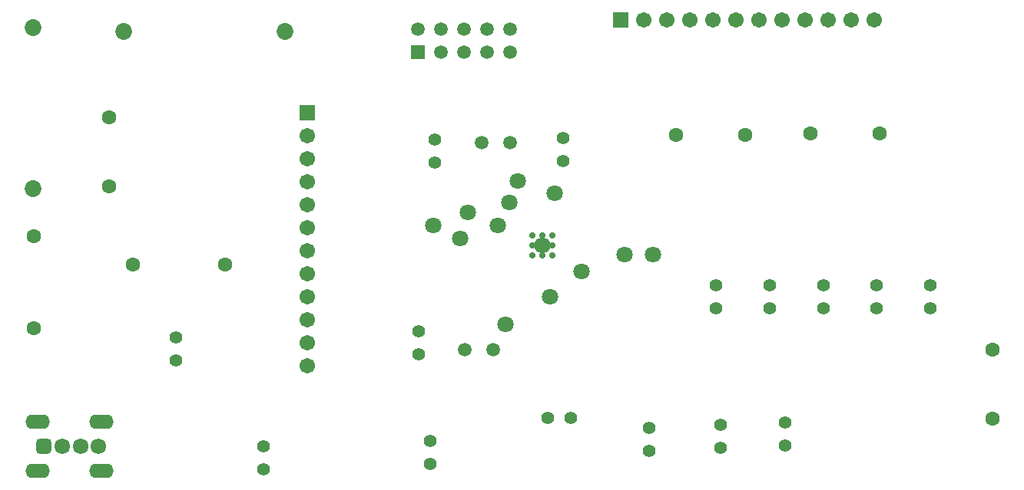
<source format=gbs>
%FSLAX25Y25*%
%MOIN*%
G70*
G01*
G75*
G04 Layer_Color=16711935*
%ADD10O,0.02953X0.01181*%
%ADD11O,0.01181X0.02953*%
%ADD12R,0.14173X0.14173*%
%ADD13R,0.12992X0.09449*%
%ADD14R,0.05118X0.02165*%
%ADD15C,0.01181*%
%ADD16C,0.05512*%
%ADD17C,0.04724*%
%ADD18C,0.05118*%
%ADD19R,0.05906X0.05906*%
%ADD20C,0.05906*%
%ADD21R,0.05906X0.05906*%
%ADD22C,0.06496*%
%ADD23O,0.09843X0.05512*%
G04:AMPARAMS|DCode=24|XSize=59.84mil|YSize=59.84mil|CornerRadius=14.96mil|HoleSize=0mil|Usage=FLASHONLY|Rotation=270.000|XOffset=0mil|YOffset=0mil|HoleType=Round|Shape=RoundedRectangle|*
%AMROUNDEDRECTD24*
21,1,0.05984,0.02992,0,0,270.0*
21,1,0.02992,0.05984,0,0,270.0*
1,1,0.02992,-0.01496,-0.01496*
1,1,0.02992,-0.01496,0.01496*
1,1,0.02992,0.01496,0.01496*
1,1,0.02992,0.01496,-0.01496*
%
%ADD24ROUNDEDRECTD24*%
%ADD25C,0.05984*%
%ADD26C,0.06299*%
%ADD27C,0.01969*%
%ADD28C,0.04000*%
%ADD29C,0.07347*%
%ADD30C,0.06756*%
%ADD31C,0.06756*%
%ADD32C,0.07543*%
%ADD33C,0.07937*%
%ADD34O,0.09906X0.06953*%
%ADD35C,0.01000*%
%ADD36C,0.00984*%
%ADD37C,0.00787*%
%ADD38C,0.00800*%
%ADD39O,0.03753X0.01981*%
%ADD40O,0.01981X0.03753*%
%ADD41R,0.14973X0.14973*%
%ADD42R,0.13792X0.10249*%
%ADD43C,0.06312*%
%ADD44C,0.05524*%
%ADD45C,0.05918*%
%ADD46R,0.06706X0.06706*%
%ADD47C,0.06706*%
%ADD48R,0.06706X0.06706*%
%ADD49C,0.07296*%
%ADD50O,0.10642X0.06312*%
G04:AMPARAMS|DCode=51|XSize=67.84mil|YSize=67.84mil|CornerRadius=18.96mil|HoleSize=0mil|Usage=FLASHONLY|Rotation=270.000|XOffset=0mil|YOffset=0mil|HoleType=Round|Shape=RoundedRectangle|*
%AMROUNDEDRECTD51*
21,1,0.06784,0.02992,0,0,270.0*
21,1,0.02992,0.06784,0,0,270.0*
1,1,0.03792,-0.01496,-0.01496*
1,1,0.03792,-0.01496,0.01496*
1,1,0.03792,0.01496,0.01496*
1,1,0.03792,0.01496,-0.01496*
%
%ADD51ROUNDEDRECTD51*%
%ADD52C,0.06784*%
%ADD53C,0.07099*%
%ADD54C,0.02769*%
D19*
X398000Y508000D02*
D03*
D20*
Y518000D02*
D03*
X408000Y508000D02*
D03*
Y518000D02*
D03*
X418000Y508000D02*
D03*
Y518000D02*
D03*
X428000Y508000D02*
D03*
Y518000D02*
D03*
X438000Y508000D02*
D03*
Y518000D02*
D03*
D43*
X568500Y472500D02*
D03*
X598500D02*
D03*
X231500Y428000D02*
D03*
Y388000D02*
D03*
X647500Y348500D02*
D03*
Y378500D02*
D03*
X510000Y472000D02*
D03*
X540000D02*
D03*
X264000Y449500D02*
D03*
Y479500D02*
D03*
X314500Y415500D02*
D03*
X274500D02*
D03*
D44*
X498500Y344500D02*
D03*
Y334500D02*
D03*
X529500Y346000D02*
D03*
Y336000D02*
D03*
X557500Y347000D02*
D03*
Y337000D02*
D03*
X461000Y470500D02*
D03*
Y460500D02*
D03*
X293000Y374000D02*
D03*
Y384000D02*
D03*
X403500Y329000D02*
D03*
Y339000D02*
D03*
X331000Y326500D02*
D03*
Y336500D02*
D03*
X527500Y406500D02*
D03*
Y396500D02*
D03*
X550750Y406500D02*
D03*
Y396500D02*
D03*
X574000Y406500D02*
D03*
Y396500D02*
D03*
X597250Y406500D02*
D03*
Y396500D02*
D03*
X620500Y406500D02*
D03*
Y396500D02*
D03*
X454500Y349000D02*
D03*
X464500D02*
D03*
X398500Y376500D02*
D03*
Y386500D02*
D03*
X405500Y470000D02*
D03*
Y460000D02*
D03*
D45*
X438102Y468500D02*
D03*
X425898D02*
D03*
X430602Y378500D02*
D03*
X418398D02*
D03*
D46*
X486000Y522000D02*
D03*
D47*
X496000D02*
D03*
X506000D02*
D03*
X516000D02*
D03*
X526000D02*
D03*
X536000D02*
D03*
X546000D02*
D03*
X556000D02*
D03*
X566000D02*
D03*
X576000D02*
D03*
X586000D02*
D03*
X596000D02*
D03*
X350000Y471500D02*
D03*
Y461500D02*
D03*
Y451500D02*
D03*
Y441500D02*
D03*
Y431500D02*
D03*
Y421500D02*
D03*
Y411500D02*
D03*
Y401500D02*
D03*
Y391500D02*
D03*
Y381500D02*
D03*
Y371500D02*
D03*
D48*
Y481500D02*
D03*
D49*
X231000Y518500D02*
D03*
Y448500D02*
D03*
X270500Y517000D02*
D03*
X340500D02*
D03*
D50*
X260618Y347268D02*
D03*
Y325732D02*
D03*
X233059D02*
D03*
Y347268D02*
D03*
D51*
X235933Y336500D02*
D03*
D52*
X243807D02*
D03*
X251681D02*
D03*
X259555D02*
D03*
D53*
X455600Y401500D02*
D03*
X436000Y389600D02*
D03*
X419900Y438200D02*
D03*
X437700Y442400D02*
D03*
X452000Y424000D02*
D03*
X469120Y412400D02*
D03*
X487700Y419700D02*
D03*
X457500Y446400D02*
D03*
X500000Y420000D02*
D03*
X416500Y426800D02*
D03*
X404800Y432400D02*
D03*
X441300Y451900D02*
D03*
X432879Y432401D02*
D03*
D54*
X447669Y428331D02*
D03*
X452000D02*
D03*
X456331D02*
D03*
X447669Y424000D02*
D03*
X452000D02*
D03*
X456331D02*
D03*
X447669Y419669D02*
D03*
X452000D02*
D03*
X456331D02*
D03*
M02*

</source>
